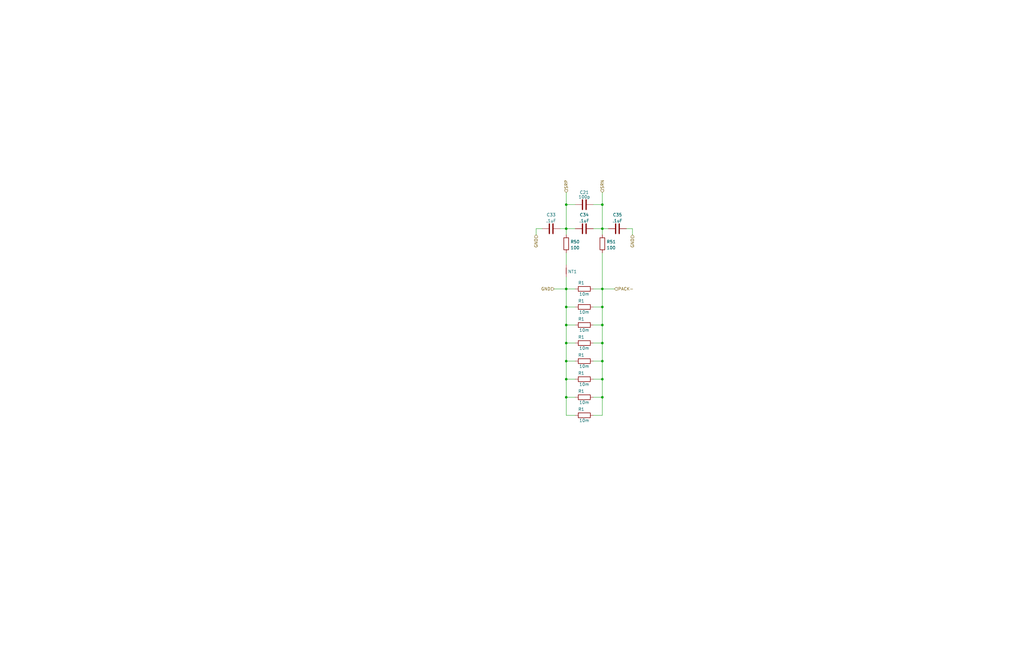
<source format=kicad_sch>
(kicad_sch (version 20230121) (generator eeschema)
  (paper "B")
  (lib_symbols
    (symbol "Device:C" (pin_numbers hide) (pin_names (offset 0.254))
      (property "Reference" "C" (at 0.635 2.54 0))
      (property "Value" "C" (at 0.635 -2.54 0))
      (symbol "C_0_1"
        (polyline (pts (xy -2.032 -0.762) (xy 2.032 -0.762)) (stroke (width 0.508)))
        (polyline (pts (xy -2.032 0.762) (xy 2.032 0.762)) (stroke (width 0.508)))
      )
      (symbol "C_1_1"
        (pin passive line (at 0 3.81 270) (length 2.794) (name "~") (number "1"))
        (pin passive line (at 0 -3.81 90) (length 2.794) (name "~") (number "2"))
      )
    )
    (symbol "Device:NetTie_2" (pin_numbers hide) (pin_names (offset 0) hide)
      (property "Reference" "NT" (at 0 1.27 0))
      (property "Value" "NetTie_2" (at 0 -1.27 0))
      (symbol "NetTie_2_0_1"
        (polyline (pts (xy -1.27 0) (xy 1.27 0)) (stroke (width 0.254)))
      )
      (symbol "NetTie_2_1_1"
        (pin passive line (at -2.54 0 0) (length 2.54) (name "1") (number "1"))
        (pin passive line (at 2.54 0 180) (length 2.54) (name "2") (number "2"))
      )
    )
    (symbol "Device:R" (pin_numbers hide) (pin_names (offset 0))
      (property "Reference" "R" (at 2.032 0 90))
      (property "Value" "R" (at 0 0 90))
      (symbol "R_0_1"
        (rectangle (start -1.016 -2.54) (end 1.016 2.54) (stroke (width 0.254)))
      )
      (symbol "R_1_1"
        (pin passive line (at 0 3.81 270) (length 1.27) (name "~") (number "1"))
        (pin passive line (at 0 -3.81 90) (length 1.27) (name "~") (number "2"))
      )
    )
  )
  (junction (at 238.76 144.78))
  (junction (at 238.76 167.64))
  (junction (at 254 121.92))
  (junction (at 254 96.52))
  (junction (at 238.76 160.02))
  (junction (at 254 160.02))
  (junction (at 254 129.54))
  (junction (at 254 167.64))
  (junction (at 254 86.36))
  (junction (at 254 144.78))
  (junction (at 254 137.16))
  (junction (at 254 152.4))
  (junction (at 238.76 96.52))
  (junction (at 238.76 86.36))
  (junction (at 238.76 137.16))
  (junction (at 238.76 152.4))
  (junction (at 238.76 129.54))
  (junction (at 238.76 121.92))
  (wire (pts (xy 254 106.68) (xy 254 121.92)))
  (wire (pts (xy 238.76 160.02) (xy 238.76 167.64)))
  (wire (pts (xy 238.76 121.92) (xy 242.57 121.92)))
  (wire (pts (xy 264.16 96.52) (xy 266.7 96.52)))
  (wire (pts (xy 254 81.28) (xy 254 86.36)))
  (wire (pts (xy 254 152.4) (xy 254 160.02)))
  (wire (pts (xy 266.7 96.52) (xy 266.7 99.06)))
  (wire (pts (xy 228.6 96.52) (xy 226.06 96.52)))
  (wire (pts (xy 250.19 144.78) (xy 254 144.78)))
  (wire (pts (xy 254 96.52) (xy 256.54 96.52)))
  (wire (pts (xy 233.68 121.92) (xy 238.76 121.92)))
  (wire (pts (xy 242.57 152.4) (xy 238.76 152.4)))
  (wire (pts (xy 254 167.64) (xy 254 175.26)))
  (wire (pts (xy 254 160.02) (xy 254 167.64)))
  (wire (pts (xy 250.19 86.36) (xy 254 86.36)))
  (wire (pts (xy 250.19 175.26) (xy 254 175.26)))
  (wire (pts (xy 254 144.78) (xy 254 152.4)))
  (wire (pts (xy 238.76 167.64) (xy 242.57 167.64)))
  (wire (pts (xy 250.19 121.92) (xy 254 121.92)))
  (wire (pts (xy 238.76 86.36) (xy 242.57 86.36)))
  (wire (pts (xy 238.76 106.68) (xy 238.76 111.76)))
  (wire (pts (xy 238.76 144.78) (xy 242.57 144.78)))
  (wire (pts (xy 226.06 96.52) (xy 226.06 99.06)))
  (wire (pts (xy 238.76 96.52) (xy 242.57 96.52)))
  (wire (pts (xy 250.19 129.54) (xy 254 129.54)))
  (wire (pts (xy 238.76 81.28) (xy 238.76 86.36)))
  (wire (pts (xy 254 121.92) (xy 254 129.54)))
  (wire (pts (xy 254 137.16) (xy 254 144.78)))
  (wire (pts (xy 238.76 116.84) (xy 238.76 121.92)))
  (wire (pts (xy 238.76 144.78) (xy 238.76 152.4)))
  (wire (pts (xy 238.76 86.36) (xy 238.76 96.52)))
  (wire (pts (xy 236.22 96.52) (xy 238.76 96.52)))
  (wire (pts (xy 242.57 137.16) (xy 238.76 137.16)))
  (wire (pts (xy 254 86.36) (xy 254 96.52)))
  (wire (pts (xy 250.19 167.64) (xy 254 167.64)))
  (wire (pts (xy 238.76 175.26) (xy 242.57 175.26)))
  (wire (pts (xy 238.76 152.4) (xy 238.76 160.02)))
  (wire (pts (xy 254 96.52) (xy 254 99.06)))
  (wire (pts (xy 254 121.92) (xy 259.08 121.92)))
  (wire (pts (xy 250.19 160.02) (xy 254 160.02)))
  (wire (pts (xy 238.76 96.52) (xy 238.76 99.06)))
  (wire (pts (xy 238.76 121.92) (xy 238.76 129.54)))
  (wire (pts (xy 238.76 167.64) (xy 238.76 175.26)))
  (wire (pts (xy 238.76 160.02) (xy 242.57 160.02)))
  (wire (pts (xy 254 129.54) (xy 254 137.16)))
  (wire (pts (xy 254 137.16) (xy 250.19 137.16)))
  (wire (pts (xy 254 152.4) (xy 250.19 152.4)))
  (wire (pts (xy 250.19 96.52) (xy 254 96.52)))
  (wire (pts (xy 238.76 129.54) (xy 242.57 129.54)))
  (wire (pts (xy 238.76 137.16) (xy 238.76 144.78)))
  (wire (pts (xy 238.76 129.54) (xy 238.76 137.16)))
  (hierarchical_label "PACK-" (shape input) (at 259.08 121.92 0))
  (hierarchical_label "SRP" (shape input) (at 238.76 81.28 90))
  (hierarchical_label "GND" (shape input) (at 266.7 99.06 270))
  (hierarchical_label "SRN" (shape input) (at 254 81.28 90))
  (hierarchical_label "GND" (shape input) (at 226.06 99.06 270))
  (hierarchical_label "GND" (shape input) (at 233.68 121.92 180))
  (symbol (lib_id "Device:R") (at 246.38 144.78 270) (unit 1)
    (property "Reference" "R1" (at 245.11 142.24 90))
    (property "Value" "10m" (at 246.38 146.9589 90))
    (property "Footprint" "Resistor_SMD:R_1210_3225Metric" (effects hide))
    (property "Datasheet" "https://www.mouser.com/ProductDetail/Panasonic/ERJ-D1DFR010U?qs=sGAEpiMZZMtlubZbdhIBINjnyQlkAEHuDRi4mxNwuhc%3D" (effects hide))
    (property "Src_Value" "R_sns" (effects hide))
    (instances (project "bms" (path "" (reference "R1") (unit 1)) (path "" (reference "R28") (unit 1))))
  )
  (symbol (lib_id "Device:R") (at 246.38 175.26 270) (unit 1)
    (property "Reference" "R1" (at 245.11 172.72 90))
    (property "Value" "10m" (at 246.38 177.4389 90))
    (property "Footprint" "Resistor_SMD:R_1210_3225Metric" (effects hide))
    (property "Datasheet" "https://www.mouser.com/ProductDetail/Panasonic/ERJ-D1DFR010U?qs=sGAEpiMZZMtlubZbdhIBINjnyQlkAEHuDRi4mxNwuhc%3D" (effects hide))
    (property "Src_Value" "R_sns" (effects hide))
    (instances (project "bms" (path "" (reference "R1") (unit 1)) (path "" (reference "R58") (unit 1))))
  )
  (symbol (lib_id "Device:NetTie_2") (at 238.76 114.3 270) (unit 1)
    (property "Reference" "NT1" (at 239.522 114.6168 90) (effects (justify left)))
    (property "Value" "NetTie_2" (effects hide))
    (property "Footprint" "NetTie:NetTie-2_SMD_Pad0.5mm" (effects hide))
  )
  (symbol (lib_id "Device:R") (at 246.38 121.92 270) (unit 1)
    (property "Reference" "R1" (at 245.11 119.38 90))
    (property "Value" "10m" (at 246.38 124.0989 90))
    (property "Footprint" "Resistor_SMD:R_1210_3225Metric" (effects hide))
    (property "Datasheet" "https://www.mouser.com/ProductDetail/Panasonic/ERJ-D1DFR010U?qs=sGAEpiMZZMtlubZbdhIBINjnyQlkAEHuDRi4mxNwuhc%3D" (effects hide))
    (property "Src_Value" "R_sns" (effects hide))
  )
  (symbol (lib_id "Device:C") (at 260.35 96.52 90) (unit 1)
    (property "Reference" "C35" (at 260.35 90.6612 90))
    (property "Value" ".1uF" (at 260.35 93.1981 90))
    (property "Footprint" "Capacitor_SMD:C_0603_1608Metric" (effects hide))
    (property "Src_Page" "38" (effects hide))
    (property "Src_Value" "filter" (effects hide))
  )
  (symbol (lib_id "Device:C") (at 246.38 86.36 90) (unit 1)
    (property "Reference" "C21" (at 246.38 81.1911 90))
    (property "Value" "100p" (at 246.38 83.1121 90))
    (property "Footprint" "Capacitor_SMD:C_0603_1608Metric" (effects hide))
    (property "Src_Page" "38" (effects hide))
    (property "Src_Value" "filter" (effects hide))
  )
  (symbol (lib_id "Device:R") (at 246.38 167.64 270) (unit 1)
    (property "Reference" "R1" (at 245.11 165.1 90))
    (property "Value" "10m" (at 246.38 169.8189 90))
    (property "Footprint" "Resistor_SMD:R_1210_3225Metric" (effects hide))
    (property "Datasheet" "https://www.mouser.com/ProductDetail/Panasonic/ERJ-D1DFR010U?qs=sGAEpiMZZMtlubZbdhIBINjnyQlkAEHuDRi4mxNwuhc%3D" (effects hide))
    (property "Src_Value" "R_sns" (effects hide))
    (instances (project "bms" (path "" (reference "R1") (unit 1)) (path "" (reference "R57") (unit 1))))
  )
  (symbol (lib_id "Device:C") (at 232.41 96.52 90) (unit 1)
    (property "Reference" "C33" (at 232.41 90.6612 90))
    (property "Value" ".1uF" (at 232.41 93.1981 90))
    (property "Footprint" "Capacitor_SMD:C_0603_1608Metric" (effects hide))
    (property "Src_Page" "38" (effects hide))
    (property "Src_Value" "filter" (effects hide))
  )
  (symbol (lib_id "Device:R") (at 246.38 129.54 270) (unit 1)
    (property "Reference" "R1" (at 245.11 127 90))
    (property "Value" "10m" (at 246.38 131.7189 90))
    (property "Footprint" "Resistor_SMD:R_1210_3225Metric" (effects hide))
    (property "Datasheet" "https://www.mouser.com/ProductDetail/Panasonic/ERJ-D1DFR010U?qs=sGAEpiMZZMtlubZbdhIBINjnyQlkAEHuDRi4mxNwuhc%3D" (effects hide))
    (property "Src_Value" "R_sns" (effects hide))
    (instances (project "bms" (path "" (reference "R1") (unit 1)) (path "" (reference "R26") (unit 1))))
  )
  (symbol (lib_id "Device:C") (at 246.38 96.52 90) (unit 1)
    (property "Reference" "C34" (at 246.38 90.6612 90))
    (property "Value" ".1uF" (at 246.38 93.1981 90))
    (property "Footprint" "Capacitor_SMD:C_0603_1608Metric" (effects hide))
    (property "Src_Page" "38" (effects hide))
    (property "Src_Value" "filter" (effects hide))
  )
  (symbol (lib_id "Device:R") (at 246.38 152.4 270) (unit 1)
    (property "Reference" "R1" (at 245.11 149.86 90))
    (property "Value" "10m" (at 246.38 154.5789 90))
    (property "Footprint" "Resistor_SMD:R_1210_3225Metric" (effects hide))
    (property "Datasheet" "https://www.mouser.com/ProductDetail/Panasonic/ERJ-D1DFR010U?qs=sGAEpiMZZMtlubZbdhIBINjnyQlkAEHuDRi4mxNwuhc%3D" (effects hide))
    (property "Src_Value" "R_sns" (effects hide))
    (instances (project "bms" (path "" (reference "R1") (unit 1)) (path "" (reference "R29") (unit 1))))
  )
  (symbol (lib_id "Device:R") (at 246.38 160.02 270) (unit 1)
    (property "Reference" "R1" (at 245.11 157.48 90))
    (property "Value" "10m" (at 246.38 162.1989 90))
    (property "Footprint" "Resistor_SMD:R_1210_3225Metric" (effects hide))
    (property "Datasheet" "https://www.mouser.com/ProductDetail/Panasonic/ERJ-D1DFR010U?qs=sGAEpiMZZMtlubZbdhIBINjnyQlkAEHuDRi4mxNwuhc%3D" (effects hide))
    (property "Src_Value" "R_sns" (effects hide))
    (instances (project "bms" (path "" (reference "R1") (unit 1)) (path "" (reference "R56") (unit 1))))
  )
  (symbol (lib_id "Device:R") (at 246.38 137.16 270) (unit 1)
    (property "Reference" "R1" (at 245.11 134.62 90))
    (property "Value" "10m" (at 246.38 139.3389 90))
    (property "Footprint" "Resistor_SMD:R_1210_3225Metric" (effects hide))
    (property "Datasheet" "https://www.mouser.com/ProductDetail/Panasonic/ERJ-D1DFR010U?qs=sGAEpiMZZMtlubZbdhIBINjnyQlkAEHuDRi4mxNwuhc%3D" (effects hide))
    (property "Src_Value" "R_sns" (effects hide))
    (instances (project "bms" (path "" (reference "R1") (unit 1)) (path "" (reference "R27") (unit 1))))
  )
  (symbol (lib_id "Device:R") (at 238.76 102.87 0) (unit 1)
    (property "Reference" "R50" (at 240.538 102.0353 0) (effects (justify left)))
    (property "Value" "100" (at 240.538 104.5722 0) (effects (justify left)))
    (property "Footprint" "Resistor_SMD:R_0603_1608Metric" (effects hide))
    (property "Src_Page" "38" (effects hide))
    (property "Src_Value" "filter" (effects hide))
  )
  (symbol (lib_id "Device:R") (at 254 102.87 0) (unit 1)
    (property "Reference" "R51" (at 255.778 102.0353 0) (effects (justify left)))
    (property "Value" "100" (at 255.778 104.5722 0) (effects (justify left)))
    (property "Footprint" "Resistor_SMD:R_0603_1608Metric" (effects hide))
    (property "Src_Page" "38" (effects hide))
    (property "Src_Value" "filter" (effects hide))
  )
)
</source>
